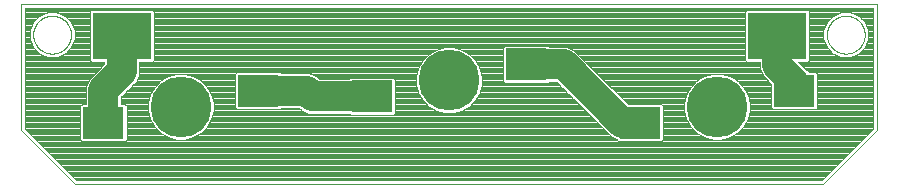
<source format=gtl>
G75*
%MOIN*%
%OFA0B0*%
%FSLAX25Y25*%
%IPPOS*%
%LPD*%
%AMOC8*
5,1,8,0,0,1.08239X$1,22.5*
%
%ADD10C,0.00000*%
%ADD11R,0.13780X0.10630*%
%ADD12C,0.20276*%
%ADD13R,0.19685X0.15748*%
%ADD14C,0.10000*%
%ADD15C,0.00400*%
D10*
X0018917Y0001200D02*
X0268523Y0001200D01*
X0286239Y0018917D01*
X0286239Y0061043D01*
X0001200Y0061043D01*
X0001200Y0018917D01*
X0018917Y0001200D01*
X0005137Y0050806D02*
X0005139Y0050964D01*
X0005145Y0051122D01*
X0005155Y0051280D01*
X0005169Y0051438D01*
X0005187Y0051595D01*
X0005208Y0051752D01*
X0005234Y0051908D01*
X0005264Y0052064D01*
X0005297Y0052219D01*
X0005335Y0052372D01*
X0005376Y0052525D01*
X0005421Y0052677D01*
X0005470Y0052828D01*
X0005523Y0052977D01*
X0005579Y0053125D01*
X0005639Y0053271D01*
X0005703Y0053416D01*
X0005771Y0053559D01*
X0005842Y0053701D01*
X0005916Y0053841D01*
X0005994Y0053978D01*
X0006076Y0054114D01*
X0006160Y0054248D01*
X0006249Y0054379D01*
X0006340Y0054508D01*
X0006435Y0054635D01*
X0006532Y0054760D01*
X0006633Y0054882D01*
X0006737Y0055001D01*
X0006844Y0055118D01*
X0006954Y0055232D01*
X0007067Y0055343D01*
X0007182Y0055452D01*
X0007300Y0055557D01*
X0007421Y0055659D01*
X0007544Y0055759D01*
X0007670Y0055855D01*
X0007798Y0055948D01*
X0007928Y0056038D01*
X0008061Y0056124D01*
X0008196Y0056208D01*
X0008332Y0056287D01*
X0008471Y0056364D01*
X0008612Y0056436D01*
X0008754Y0056506D01*
X0008898Y0056571D01*
X0009044Y0056633D01*
X0009191Y0056691D01*
X0009340Y0056746D01*
X0009490Y0056797D01*
X0009641Y0056844D01*
X0009793Y0056887D01*
X0009946Y0056926D01*
X0010101Y0056962D01*
X0010256Y0056993D01*
X0010412Y0057021D01*
X0010568Y0057045D01*
X0010725Y0057065D01*
X0010883Y0057081D01*
X0011040Y0057093D01*
X0011199Y0057101D01*
X0011357Y0057105D01*
X0011515Y0057105D01*
X0011673Y0057101D01*
X0011832Y0057093D01*
X0011989Y0057081D01*
X0012147Y0057065D01*
X0012304Y0057045D01*
X0012460Y0057021D01*
X0012616Y0056993D01*
X0012771Y0056962D01*
X0012926Y0056926D01*
X0013079Y0056887D01*
X0013231Y0056844D01*
X0013382Y0056797D01*
X0013532Y0056746D01*
X0013681Y0056691D01*
X0013828Y0056633D01*
X0013974Y0056571D01*
X0014118Y0056506D01*
X0014260Y0056436D01*
X0014401Y0056364D01*
X0014540Y0056287D01*
X0014676Y0056208D01*
X0014811Y0056124D01*
X0014944Y0056038D01*
X0015074Y0055948D01*
X0015202Y0055855D01*
X0015328Y0055759D01*
X0015451Y0055659D01*
X0015572Y0055557D01*
X0015690Y0055452D01*
X0015805Y0055343D01*
X0015918Y0055232D01*
X0016028Y0055118D01*
X0016135Y0055001D01*
X0016239Y0054882D01*
X0016340Y0054760D01*
X0016437Y0054635D01*
X0016532Y0054508D01*
X0016623Y0054379D01*
X0016712Y0054248D01*
X0016796Y0054114D01*
X0016878Y0053978D01*
X0016956Y0053841D01*
X0017030Y0053701D01*
X0017101Y0053559D01*
X0017169Y0053416D01*
X0017233Y0053271D01*
X0017293Y0053125D01*
X0017349Y0052977D01*
X0017402Y0052828D01*
X0017451Y0052677D01*
X0017496Y0052525D01*
X0017537Y0052372D01*
X0017575Y0052219D01*
X0017608Y0052064D01*
X0017638Y0051908D01*
X0017664Y0051752D01*
X0017685Y0051595D01*
X0017703Y0051438D01*
X0017717Y0051280D01*
X0017727Y0051122D01*
X0017733Y0050964D01*
X0017735Y0050806D01*
X0017733Y0050648D01*
X0017727Y0050490D01*
X0017717Y0050332D01*
X0017703Y0050174D01*
X0017685Y0050017D01*
X0017664Y0049860D01*
X0017638Y0049704D01*
X0017608Y0049548D01*
X0017575Y0049393D01*
X0017537Y0049240D01*
X0017496Y0049087D01*
X0017451Y0048935D01*
X0017402Y0048784D01*
X0017349Y0048635D01*
X0017293Y0048487D01*
X0017233Y0048341D01*
X0017169Y0048196D01*
X0017101Y0048053D01*
X0017030Y0047911D01*
X0016956Y0047771D01*
X0016878Y0047634D01*
X0016796Y0047498D01*
X0016712Y0047364D01*
X0016623Y0047233D01*
X0016532Y0047104D01*
X0016437Y0046977D01*
X0016340Y0046852D01*
X0016239Y0046730D01*
X0016135Y0046611D01*
X0016028Y0046494D01*
X0015918Y0046380D01*
X0015805Y0046269D01*
X0015690Y0046160D01*
X0015572Y0046055D01*
X0015451Y0045953D01*
X0015328Y0045853D01*
X0015202Y0045757D01*
X0015074Y0045664D01*
X0014944Y0045574D01*
X0014811Y0045488D01*
X0014676Y0045404D01*
X0014540Y0045325D01*
X0014401Y0045248D01*
X0014260Y0045176D01*
X0014118Y0045106D01*
X0013974Y0045041D01*
X0013828Y0044979D01*
X0013681Y0044921D01*
X0013532Y0044866D01*
X0013382Y0044815D01*
X0013231Y0044768D01*
X0013079Y0044725D01*
X0012926Y0044686D01*
X0012771Y0044650D01*
X0012616Y0044619D01*
X0012460Y0044591D01*
X0012304Y0044567D01*
X0012147Y0044547D01*
X0011989Y0044531D01*
X0011832Y0044519D01*
X0011673Y0044511D01*
X0011515Y0044507D01*
X0011357Y0044507D01*
X0011199Y0044511D01*
X0011040Y0044519D01*
X0010883Y0044531D01*
X0010725Y0044547D01*
X0010568Y0044567D01*
X0010412Y0044591D01*
X0010256Y0044619D01*
X0010101Y0044650D01*
X0009946Y0044686D01*
X0009793Y0044725D01*
X0009641Y0044768D01*
X0009490Y0044815D01*
X0009340Y0044866D01*
X0009191Y0044921D01*
X0009044Y0044979D01*
X0008898Y0045041D01*
X0008754Y0045106D01*
X0008612Y0045176D01*
X0008471Y0045248D01*
X0008332Y0045325D01*
X0008196Y0045404D01*
X0008061Y0045488D01*
X0007928Y0045574D01*
X0007798Y0045664D01*
X0007670Y0045757D01*
X0007544Y0045853D01*
X0007421Y0045953D01*
X0007300Y0046055D01*
X0007182Y0046160D01*
X0007067Y0046269D01*
X0006954Y0046380D01*
X0006844Y0046494D01*
X0006737Y0046611D01*
X0006633Y0046730D01*
X0006532Y0046852D01*
X0006435Y0046977D01*
X0006340Y0047104D01*
X0006249Y0047233D01*
X0006160Y0047364D01*
X0006076Y0047498D01*
X0005994Y0047634D01*
X0005916Y0047771D01*
X0005842Y0047911D01*
X0005771Y0048053D01*
X0005703Y0048196D01*
X0005639Y0048341D01*
X0005579Y0048487D01*
X0005523Y0048635D01*
X0005470Y0048784D01*
X0005421Y0048935D01*
X0005376Y0049087D01*
X0005335Y0049240D01*
X0005297Y0049393D01*
X0005264Y0049548D01*
X0005234Y0049704D01*
X0005208Y0049860D01*
X0005187Y0050017D01*
X0005169Y0050174D01*
X0005155Y0050332D01*
X0005145Y0050490D01*
X0005139Y0050648D01*
X0005137Y0050806D01*
X0269704Y0050806D02*
X0269706Y0050964D01*
X0269712Y0051122D01*
X0269722Y0051280D01*
X0269736Y0051438D01*
X0269754Y0051595D01*
X0269775Y0051752D01*
X0269801Y0051908D01*
X0269831Y0052064D01*
X0269864Y0052219D01*
X0269902Y0052372D01*
X0269943Y0052525D01*
X0269988Y0052677D01*
X0270037Y0052828D01*
X0270090Y0052977D01*
X0270146Y0053125D01*
X0270206Y0053271D01*
X0270270Y0053416D01*
X0270338Y0053559D01*
X0270409Y0053701D01*
X0270483Y0053841D01*
X0270561Y0053978D01*
X0270643Y0054114D01*
X0270727Y0054248D01*
X0270816Y0054379D01*
X0270907Y0054508D01*
X0271002Y0054635D01*
X0271099Y0054760D01*
X0271200Y0054882D01*
X0271304Y0055001D01*
X0271411Y0055118D01*
X0271521Y0055232D01*
X0271634Y0055343D01*
X0271749Y0055452D01*
X0271867Y0055557D01*
X0271988Y0055659D01*
X0272111Y0055759D01*
X0272237Y0055855D01*
X0272365Y0055948D01*
X0272495Y0056038D01*
X0272628Y0056124D01*
X0272763Y0056208D01*
X0272899Y0056287D01*
X0273038Y0056364D01*
X0273179Y0056436D01*
X0273321Y0056506D01*
X0273465Y0056571D01*
X0273611Y0056633D01*
X0273758Y0056691D01*
X0273907Y0056746D01*
X0274057Y0056797D01*
X0274208Y0056844D01*
X0274360Y0056887D01*
X0274513Y0056926D01*
X0274668Y0056962D01*
X0274823Y0056993D01*
X0274979Y0057021D01*
X0275135Y0057045D01*
X0275292Y0057065D01*
X0275450Y0057081D01*
X0275607Y0057093D01*
X0275766Y0057101D01*
X0275924Y0057105D01*
X0276082Y0057105D01*
X0276240Y0057101D01*
X0276399Y0057093D01*
X0276556Y0057081D01*
X0276714Y0057065D01*
X0276871Y0057045D01*
X0277027Y0057021D01*
X0277183Y0056993D01*
X0277338Y0056962D01*
X0277493Y0056926D01*
X0277646Y0056887D01*
X0277798Y0056844D01*
X0277949Y0056797D01*
X0278099Y0056746D01*
X0278248Y0056691D01*
X0278395Y0056633D01*
X0278541Y0056571D01*
X0278685Y0056506D01*
X0278827Y0056436D01*
X0278968Y0056364D01*
X0279107Y0056287D01*
X0279243Y0056208D01*
X0279378Y0056124D01*
X0279511Y0056038D01*
X0279641Y0055948D01*
X0279769Y0055855D01*
X0279895Y0055759D01*
X0280018Y0055659D01*
X0280139Y0055557D01*
X0280257Y0055452D01*
X0280372Y0055343D01*
X0280485Y0055232D01*
X0280595Y0055118D01*
X0280702Y0055001D01*
X0280806Y0054882D01*
X0280907Y0054760D01*
X0281004Y0054635D01*
X0281099Y0054508D01*
X0281190Y0054379D01*
X0281279Y0054248D01*
X0281363Y0054114D01*
X0281445Y0053978D01*
X0281523Y0053841D01*
X0281597Y0053701D01*
X0281668Y0053559D01*
X0281736Y0053416D01*
X0281800Y0053271D01*
X0281860Y0053125D01*
X0281916Y0052977D01*
X0281969Y0052828D01*
X0282018Y0052677D01*
X0282063Y0052525D01*
X0282104Y0052372D01*
X0282142Y0052219D01*
X0282175Y0052064D01*
X0282205Y0051908D01*
X0282231Y0051752D01*
X0282252Y0051595D01*
X0282270Y0051438D01*
X0282284Y0051280D01*
X0282294Y0051122D01*
X0282300Y0050964D01*
X0282302Y0050806D01*
X0282300Y0050648D01*
X0282294Y0050490D01*
X0282284Y0050332D01*
X0282270Y0050174D01*
X0282252Y0050017D01*
X0282231Y0049860D01*
X0282205Y0049704D01*
X0282175Y0049548D01*
X0282142Y0049393D01*
X0282104Y0049240D01*
X0282063Y0049087D01*
X0282018Y0048935D01*
X0281969Y0048784D01*
X0281916Y0048635D01*
X0281860Y0048487D01*
X0281800Y0048341D01*
X0281736Y0048196D01*
X0281668Y0048053D01*
X0281597Y0047911D01*
X0281523Y0047771D01*
X0281445Y0047634D01*
X0281363Y0047498D01*
X0281279Y0047364D01*
X0281190Y0047233D01*
X0281099Y0047104D01*
X0281004Y0046977D01*
X0280907Y0046852D01*
X0280806Y0046730D01*
X0280702Y0046611D01*
X0280595Y0046494D01*
X0280485Y0046380D01*
X0280372Y0046269D01*
X0280257Y0046160D01*
X0280139Y0046055D01*
X0280018Y0045953D01*
X0279895Y0045853D01*
X0279769Y0045757D01*
X0279641Y0045664D01*
X0279511Y0045574D01*
X0279378Y0045488D01*
X0279243Y0045404D01*
X0279107Y0045325D01*
X0278968Y0045248D01*
X0278827Y0045176D01*
X0278685Y0045106D01*
X0278541Y0045041D01*
X0278395Y0044979D01*
X0278248Y0044921D01*
X0278099Y0044866D01*
X0277949Y0044815D01*
X0277798Y0044768D01*
X0277646Y0044725D01*
X0277493Y0044686D01*
X0277338Y0044650D01*
X0277183Y0044619D01*
X0277027Y0044591D01*
X0276871Y0044567D01*
X0276714Y0044547D01*
X0276556Y0044531D01*
X0276399Y0044519D01*
X0276240Y0044511D01*
X0276082Y0044507D01*
X0275924Y0044507D01*
X0275766Y0044511D01*
X0275607Y0044519D01*
X0275450Y0044531D01*
X0275292Y0044547D01*
X0275135Y0044567D01*
X0274979Y0044591D01*
X0274823Y0044619D01*
X0274668Y0044650D01*
X0274513Y0044686D01*
X0274360Y0044725D01*
X0274208Y0044768D01*
X0274057Y0044815D01*
X0273907Y0044866D01*
X0273758Y0044921D01*
X0273611Y0044979D01*
X0273465Y0045041D01*
X0273321Y0045106D01*
X0273179Y0045176D01*
X0273038Y0045248D01*
X0272899Y0045325D01*
X0272763Y0045404D01*
X0272628Y0045488D01*
X0272495Y0045574D01*
X0272365Y0045664D01*
X0272237Y0045757D01*
X0272111Y0045853D01*
X0271988Y0045953D01*
X0271867Y0046055D01*
X0271749Y0046160D01*
X0271634Y0046269D01*
X0271521Y0046380D01*
X0271411Y0046494D01*
X0271304Y0046611D01*
X0271200Y0046730D01*
X0271099Y0046852D01*
X0271002Y0046977D01*
X0270907Y0047104D01*
X0270816Y0047233D01*
X0270727Y0047364D01*
X0270643Y0047498D01*
X0270561Y0047634D01*
X0270483Y0047771D01*
X0270409Y0047911D01*
X0270338Y0048053D01*
X0270270Y0048196D01*
X0270206Y0048341D01*
X0270146Y0048487D01*
X0270090Y0048635D01*
X0270037Y0048784D01*
X0269988Y0048935D01*
X0269943Y0049087D01*
X0269902Y0049240D01*
X0269864Y0049393D01*
X0269831Y0049548D01*
X0269801Y0049704D01*
X0269775Y0049860D01*
X0269754Y0050017D01*
X0269736Y0050174D01*
X0269722Y0050332D01*
X0269712Y0050490D01*
X0269706Y0050648D01*
X0269704Y0050806D01*
D11*
X0258877Y0032106D03*
X0207302Y0021476D03*
X0169507Y0040924D03*
X0117932Y0030294D03*
X0080137Y0032106D03*
X0028562Y0021476D03*
D12*
X0054350Y0026791D03*
X0143720Y0035609D03*
X0233090Y0026791D03*
D13*
X0253169Y0050413D03*
X0034665Y0050413D03*
D14*
X0034665Y0038602D01*
X0028562Y0032499D01*
X0028562Y0021476D01*
X0080137Y0032106D02*
X0096279Y0032106D01*
X0098090Y0030294D01*
X0117932Y0030294D01*
X0169507Y0040924D02*
X0181948Y0040924D01*
X0201397Y0021476D01*
X0207302Y0021476D01*
X0258877Y0032106D02*
X0258877Y0034861D01*
X0253169Y0040570D01*
X0253169Y0050413D01*
D15*
X0270014Y0004388D02*
X0017425Y0004388D01*
X0017027Y0004787D02*
X0270412Y0004787D01*
X0270811Y0005185D02*
X0016628Y0005185D01*
X0016230Y0005584D02*
X0271209Y0005584D01*
X0271608Y0005982D02*
X0015831Y0005982D01*
X0015433Y0006381D02*
X0272006Y0006381D01*
X0272405Y0006779D02*
X0015034Y0006779D01*
X0014636Y0007178D02*
X0272803Y0007178D01*
X0273202Y0007576D02*
X0014237Y0007576D01*
X0013839Y0007975D02*
X0273600Y0007975D01*
X0273999Y0008373D02*
X0013440Y0008373D01*
X0013042Y0008772D02*
X0274398Y0008772D01*
X0274796Y0009170D02*
X0012643Y0009170D01*
X0012245Y0009569D02*
X0275195Y0009569D01*
X0275593Y0009967D02*
X0011846Y0009967D01*
X0011448Y0010366D02*
X0275992Y0010366D01*
X0276390Y0010764D02*
X0011049Y0010764D01*
X0010651Y0011163D02*
X0276789Y0011163D01*
X0277187Y0011561D02*
X0010252Y0011561D01*
X0009854Y0011960D02*
X0277586Y0011960D01*
X0277984Y0012358D02*
X0009455Y0012358D01*
X0009057Y0012757D02*
X0278383Y0012757D01*
X0278781Y0013155D02*
X0008658Y0013155D01*
X0008260Y0013554D02*
X0279180Y0013554D01*
X0279578Y0013952D02*
X0007861Y0013952D01*
X0007463Y0014351D02*
X0279977Y0014351D01*
X0280375Y0014749D02*
X0007064Y0014749D01*
X0006666Y0015148D02*
X0280774Y0015148D01*
X0281172Y0015546D02*
X0214709Y0015546D01*
X0214523Y0015361D02*
X0214992Y0015829D01*
X0214992Y0027122D01*
X0214523Y0027591D01*
X0203484Y0027591D01*
X0185233Y0045841D01*
X0183102Y0046724D01*
X0177043Y0046724D01*
X0176728Y0047039D01*
X0162286Y0047039D01*
X0161817Y0046571D01*
X0161817Y0035278D01*
X0162286Y0034809D01*
X0176728Y0034809D01*
X0177043Y0035124D01*
X0179546Y0035124D01*
X0198111Y0016559D01*
X0199613Y0015937D01*
X0199613Y0015829D01*
X0200081Y0015361D01*
X0214523Y0015361D01*
X0214992Y0015945D02*
X0231306Y0015945D01*
X0231650Y0015853D02*
X0228868Y0016598D01*
X0226374Y0018038D01*
X0224337Y0020075D01*
X0222897Y0022569D01*
X0222152Y0025351D01*
X0222152Y0028231D01*
X0222897Y0031012D01*
X0224337Y0033507D01*
X0226374Y0035543D01*
X0228868Y0036983D01*
X0231650Y0037728D01*
X0234530Y0037728D01*
X0237312Y0036983D01*
X0239806Y0035543D01*
X0241842Y0033507D01*
X0243282Y0031012D01*
X0244028Y0028231D01*
X0244028Y0025351D01*
X0243282Y0022569D01*
X0241842Y0020075D01*
X0239806Y0018038D01*
X0237312Y0016598D01*
X0234530Y0015853D01*
X0231650Y0015853D01*
X0229819Y0016343D02*
X0214992Y0016343D01*
X0214992Y0016742D02*
X0228619Y0016742D01*
X0227929Y0017140D02*
X0214992Y0017140D01*
X0214992Y0017539D02*
X0227238Y0017539D01*
X0226548Y0017937D02*
X0214992Y0017937D01*
X0214992Y0018336D02*
X0226076Y0018336D01*
X0225677Y0018734D02*
X0214992Y0018734D01*
X0214992Y0019133D02*
X0225279Y0019133D01*
X0224880Y0019532D02*
X0214992Y0019532D01*
X0214992Y0019930D02*
X0224482Y0019930D01*
X0224191Y0020329D02*
X0214992Y0020329D01*
X0214992Y0020727D02*
X0223961Y0020727D01*
X0223731Y0021126D02*
X0214992Y0021126D01*
X0214992Y0021524D02*
X0223500Y0021524D01*
X0223270Y0021923D02*
X0214992Y0021923D01*
X0214992Y0022321D02*
X0223040Y0022321D01*
X0222857Y0022720D02*
X0214992Y0022720D01*
X0214992Y0023118D02*
X0222750Y0023118D01*
X0222643Y0023517D02*
X0214992Y0023517D01*
X0214992Y0023915D02*
X0222537Y0023915D01*
X0222430Y0024314D02*
X0214992Y0024314D01*
X0214992Y0024712D02*
X0222323Y0024712D01*
X0222216Y0025111D02*
X0214992Y0025111D01*
X0214992Y0025509D02*
X0222152Y0025509D01*
X0222152Y0025908D02*
X0214992Y0025908D01*
X0214992Y0026306D02*
X0222152Y0026306D01*
X0222152Y0026705D02*
X0214992Y0026705D01*
X0214992Y0027103D02*
X0222152Y0027103D01*
X0222152Y0027502D02*
X0214612Y0027502D01*
X0222152Y0027900D02*
X0203175Y0027900D01*
X0202776Y0028299D02*
X0222170Y0028299D01*
X0222277Y0028697D02*
X0202378Y0028697D01*
X0201979Y0029096D02*
X0222384Y0029096D01*
X0222491Y0029494D02*
X0201581Y0029494D01*
X0201182Y0029893D02*
X0222597Y0029893D01*
X0222704Y0030291D02*
X0200784Y0030291D01*
X0200385Y0030690D02*
X0222811Y0030690D01*
X0222941Y0031088D02*
X0199987Y0031088D01*
X0199588Y0031487D02*
X0223171Y0031487D01*
X0223401Y0031885D02*
X0199189Y0031885D01*
X0198791Y0032284D02*
X0223631Y0032284D01*
X0223862Y0032682D02*
X0198392Y0032682D01*
X0197994Y0033081D02*
X0224092Y0033081D01*
X0224322Y0033479D02*
X0197595Y0033479D01*
X0197197Y0033878D02*
X0224709Y0033878D01*
X0225107Y0034276D02*
X0196798Y0034276D01*
X0196400Y0034675D02*
X0225506Y0034675D01*
X0225904Y0035073D02*
X0196001Y0035073D01*
X0195603Y0035472D02*
X0226303Y0035472D01*
X0226941Y0035870D02*
X0195204Y0035870D01*
X0194806Y0036269D02*
X0227631Y0036269D01*
X0228322Y0036668D02*
X0194407Y0036668D01*
X0194009Y0037066D02*
X0229178Y0037066D01*
X0230665Y0037465D02*
X0193610Y0037465D01*
X0193212Y0037863D02*
X0248012Y0037863D01*
X0248177Y0037465D02*
X0235514Y0037465D01*
X0237002Y0037066D02*
X0248470Y0037066D01*
X0248252Y0037285D02*
X0251187Y0034349D01*
X0251187Y0026459D01*
X0251656Y0025991D01*
X0266098Y0025991D01*
X0266567Y0026459D01*
X0266567Y0037752D01*
X0266098Y0038220D01*
X0263721Y0038220D01*
X0260202Y0041739D01*
X0263342Y0041739D01*
X0263811Y0042207D01*
X0263811Y0058618D01*
X0263342Y0059087D01*
X0242995Y0059087D01*
X0242526Y0058618D01*
X0242526Y0042207D01*
X0242995Y0041739D01*
X0247369Y0041739D01*
X0247369Y0039416D01*
X0248252Y0037285D01*
X0248869Y0036668D02*
X0237858Y0036668D01*
X0238548Y0036269D02*
X0249267Y0036269D01*
X0249666Y0035870D02*
X0239238Y0035870D01*
X0239877Y0035472D02*
X0250064Y0035472D01*
X0250463Y0035073D02*
X0240275Y0035073D01*
X0240674Y0034675D02*
X0250861Y0034675D01*
X0251187Y0034276D02*
X0241072Y0034276D01*
X0241471Y0033878D02*
X0251187Y0033878D01*
X0251187Y0033479D02*
X0241858Y0033479D01*
X0242088Y0033081D02*
X0251187Y0033081D01*
X0251187Y0032682D02*
X0242318Y0032682D01*
X0242548Y0032284D02*
X0251187Y0032284D01*
X0251187Y0031885D02*
X0242778Y0031885D01*
X0243008Y0031487D02*
X0251187Y0031487D01*
X0251187Y0031088D02*
X0243238Y0031088D01*
X0243369Y0030690D02*
X0251187Y0030690D01*
X0251187Y0030291D02*
X0243475Y0030291D01*
X0243582Y0029893D02*
X0251187Y0029893D01*
X0251187Y0029494D02*
X0243689Y0029494D01*
X0243796Y0029096D02*
X0251187Y0029096D01*
X0251187Y0028697D02*
X0243902Y0028697D01*
X0244009Y0028299D02*
X0251187Y0028299D01*
X0251187Y0027900D02*
X0244028Y0027900D01*
X0244028Y0027502D02*
X0251187Y0027502D01*
X0251187Y0027103D02*
X0244028Y0027103D01*
X0244028Y0026705D02*
X0251187Y0026705D01*
X0251340Y0026306D02*
X0244028Y0026306D01*
X0244028Y0025908D02*
X0285039Y0025908D01*
X0285039Y0026306D02*
X0266414Y0026306D01*
X0266567Y0026705D02*
X0285039Y0026705D01*
X0285039Y0027103D02*
X0266567Y0027103D01*
X0266567Y0027502D02*
X0285039Y0027502D01*
X0285039Y0027900D02*
X0266567Y0027900D01*
X0266567Y0028299D02*
X0285039Y0028299D01*
X0285039Y0028697D02*
X0266567Y0028697D01*
X0266567Y0029096D02*
X0285039Y0029096D01*
X0285039Y0029494D02*
X0266567Y0029494D01*
X0266567Y0029893D02*
X0285039Y0029893D01*
X0285039Y0030291D02*
X0266567Y0030291D01*
X0266567Y0030690D02*
X0285039Y0030690D01*
X0285039Y0031088D02*
X0266567Y0031088D01*
X0266567Y0031487D02*
X0285039Y0031487D01*
X0285039Y0031885D02*
X0266567Y0031885D01*
X0266567Y0032284D02*
X0285039Y0032284D01*
X0285039Y0032682D02*
X0266567Y0032682D01*
X0266567Y0033081D02*
X0285039Y0033081D01*
X0285039Y0033479D02*
X0266567Y0033479D01*
X0266567Y0033878D02*
X0285039Y0033878D01*
X0285039Y0034276D02*
X0266567Y0034276D01*
X0266567Y0034675D02*
X0285039Y0034675D01*
X0285039Y0035073D02*
X0266567Y0035073D01*
X0266567Y0035472D02*
X0285039Y0035472D01*
X0285039Y0035870D02*
X0266567Y0035870D01*
X0266567Y0036269D02*
X0285039Y0036269D01*
X0285039Y0036668D02*
X0266567Y0036668D01*
X0266567Y0037066D02*
X0285039Y0037066D01*
X0285039Y0037465D02*
X0266567Y0037465D01*
X0266456Y0037863D02*
X0285039Y0037863D01*
X0285039Y0038262D02*
X0263679Y0038262D01*
X0263281Y0038660D02*
X0285039Y0038660D01*
X0285039Y0039059D02*
X0262882Y0039059D01*
X0262484Y0039457D02*
X0285039Y0039457D01*
X0285039Y0039856D02*
X0262085Y0039856D01*
X0261687Y0040254D02*
X0285039Y0040254D01*
X0285039Y0040653D02*
X0261288Y0040653D01*
X0260890Y0041051D02*
X0285039Y0041051D01*
X0285039Y0041450D02*
X0260491Y0041450D01*
X0263452Y0041848D02*
X0285039Y0041848D01*
X0285039Y0042247D02*
X0263811Y0042247D01*
X0263811Y0042645D02*
X0285039Y0042645D01*
X0285039Y0043044D02*
X0263811Y0043044D01*
X0263811Y0043442D02*
X0274185Y0043442D01*
X0274511Y0043307D02*
X0277495Y0043307D01*
X0280251Y0044449D01*
X0282361Y0046558D01*
X0283502Y0049315D01*
X0283502Y0052298D01*
X0282361Y0055054D01*
X0280251Y0057164D01*
X0277495Y0058305D01*
X0274511Y0058305D01*
X0271755Y0057164D01*
X0269646Y0055054D01*
X0268504Y0052298D01*
X0268504Y0049315D01*
X0269646Y0046558D01*
X0271755Y0044449D01*
X0274511Y0043307D01*
X0273223Y0043841D02*
X0263811Y0043841D01*
X0263811Y0044239D02*
X0272261Y0044239D01*
X0271566Y0044638D02*
X0263811Y0044638D01*
X0263811Y0045036D02*
X0271168Y0045036D01*
X0270769Y0045435D02*
X0263811Y0045435D01*
X0263811Y0045833D02*
X0270371Y0045833D01*
X0269972Y0046232D02*
X0263811Y0046232D01*
X0263811Y0046630D02*
X0269616Y0046630D01*
X0269451Y0047029D02*
X0263811Y0047029D01*
X0263811Y0047427D02*
X0269286Y0047427D01*
X0269121Y0047826D02*
X0263811Y0047826D01*
X0263811Y0048224D02*
X0268956Y0048224D01*
X0268790Y0048623D02*
X0263811Y0048623D01*
X0263811Y0049021D02*
X0268625Y0049021D01*
X0268504Y0049420D02*
X0263811Y0049420D01*
X0263811Y0049818D02*
X0268504Y0049818D01*
X0268504Y0050217D02*
X0263811Y0050217D01*
X0263811Y0050615D02*
X0268504Y0050615D01*
X0268504Y0051014D02*
X0263811Y0051014D01*
X0263811Y0051412D02*
X0268504Y0051412D01*
X0268504Y0051811D02*
X0263811Y0051811D01*
X0263811Y0052209D02*
X0268504Y0052209D01*
X0268632Y0052608D02*
X0263811Y0052608D01*
X0263811Y0053006D02*
X0268797Y0053006D01*
X0268962Y0053405D02*
X0263811Y0053405D01*
X0263811Y0053803D02*
X0269128Y0053803D01*
X0269293Y0054202D02*
X0263811Y0054202D01*
X0263811Y0054601D02*
X0269458Y0054601D01*
X0269623Y0054999D02*
X0263811Y0054999D01*
X0263811Y0055398D02*
X0269989Y0055398D01*
X0270387Y0055796D02*
X0263811Y0055796D01*
X0263811Y0056195D02*
X0270786Y0056195D01*
X0271184Y0056593D02*
X0263811Y0056593D01*
X0263811Y0056992D02*
X0271583Y0056992D01*
X0272301Y0057390D02*
X0263811Y0057390D01*
X0263811Y0057789D02*
X0273264Y0057789D01*
X0274226Y0058187D02*
X0263811Y0058187D01*
X0263811Y0058586D02*
X0285039Y0058586D01*
X0285039Y0058984D02*
X0263445Y0058984D01*
X0277781Y0058187D02*
X0285039Y0058187D01*
X0285039Y0057789D02*
X0278743Y0057789D01*
X0279705Y0057390D02*
X0285039Y0057390D01*
X0285039Y0056992D02*
X0280423Y0056992D01*
X0280822Y0056593D02*
X0285039Y0056593D01*
X0285039Y0056195D02*
X0281220Y0056195D01*
X0281619Y0055796D02*
X0285039Y0055796D01*
X0285039Y0055398D02*
X0282017Y0055398D01*
X0282384Y0054999D02*
X0285039Y0054999D01*
X0285039Y0054601D02*
X0282549Y0054601D01*
X0282714Y0054202D02*
X0285039Y0054202D01*
X0285039Y0053803D02*
X0282879Y0053803D01*
X0283044Y0053405D02*
X0285039Y0053405D01*
X0285039Y0053006D02*
X0283209Y0053006D01*
X0283374Y0052608D02*
X0285039Y0052608D01*
X0285039Y0052209D02*
X0283502Y0052209D01*
X0283502Y0051811D02*
X0285039Y0051811D01*
X0285039Y0051412D02*
X0283502Y0051412D01*
X0283502Y0051014D02*
X0285039Y0051014D01*
X0285039Y0050615D02*
X0283502Y0050615D01*
X0283502Y0050217D02*
X0285039Y0050217D01*
X0285039Y0049818D02*
X0283502Y0049818D01*
X0283502Y0049420D02*
X0285039Y0049420D01*
X0285039Y0049021D02*
X0283381Y0049021D01*
X0283216Y0048623D02*
X0285039Y0048623D01*
X0285039Y0048224D02*
X0283051Y0048224D01*
X0282886Y0047826D02*
X0285039Y0047826D01*
X0285039Y0047427D02*
X0282721Y0047427D01*
X0282556Y0047029D02*
X0285039Y0047029D01*
X0285039Y0046630D02*
X0282390Y0046630D01*
X0282034Y0046232D02*
X0285039Y0046232D01*
X0285039Y0045833D02*
X0281636Y0045833D01*
X0281237Y0045435D02*
X0285039Y0045435D01*
X0285039Y0045036D02*
X0280839Y0045036D01*
X0280440Y0044638D02*
X0285039Y0044638D01*
X0285039Y0044239D02*
X0279745Y0044239D01*
X0278783Y0043841D02*
X0285039Y0043841D01*
X0285039Y0043442D02*
X0277821Y0043442D01*
X0247847Y0038262D02*
X0192813Y0038262D01*
X0192415Y0038660D02*
X0247682Y0038660D01*
X0247517Y0039059D02*
X0192016Y0039059D01*
X0191618Y0039457D02*
X0247369Y0039457D01*
X0247369Y0039856D02*
X0191219Y0039856D01*
X0190821Y0040254D02*
X0247369Y0040254D01*
X0247369Y0040653D02*
X0190422Y0040653D01*
X0190024Y0041051D02*
X0247369Y0041051D01*
X0247369Y0041450D02*
X0189625Y0041450D01*
X0189227Y0041848D02*
X0242885Y0041848D01*
X0242526Y0042247D02*
X0188828Y0042247D01*
X0188430Y0042645D02*
X0242526Y0042645D01*
X0242526Y0043044D02*
X0188031Y0043044D01*
X0187633Y0043442D02*
X0242526Y0043442D01*
X0242526Y0043841D02*
X0187234Y0043841D01*
X0186836Y0044239D02*
X0242526Y0044239D01*
X0242526Y0044638D02*
X0186437Y0044638D01*
X0186039Y0045036D02*
X0242526Y0045036D01*
X0242526Y0045435D02*
X0185640Y0045435D01*
X0185242Y0045833D02*
X0242526Y0045833D01*
X0242526Y0046232D02*
X0184291Y0046232D01*
X0183329Y0046630D02*
X0242526Y0046630D01*
X0242526Y0047029D02*
X0176739Y0047029D01*
X0162275Y0047029D02*
X0045307Y0047029D01*
X0045307Y0047427D02*
X0242526Y0047427D01*
X0242526Y0047826D02*
X0045307Y0047826D01*
X0045307Y0048224D02*
X0242526Y0048224D01*
X0242526Y0048623D02*
X0045307Y0048623D01*
X0045307Y0049021D02*
X0242526Y0049021D01*
X0242526Y0049420D02*
X0045307Y0049420D01*
X0045307Y0049818D02*
X0242526Y0049818D01*
X0242526Y0050217D02*
X0045307Y0050217D01*
X0045307Y0050615D02*
X0242526Y0050615D01*
X0242526Y0051014D02*
X0045307Y0051014D01*
X0045307Y0051412D02*
X0242526Y0051412D01*
X0242526Y0051811D02*
X0045307Y0051811D01*
X0045307Y0052209D02*
X0242526Y0052209D01*
X0242526Y0052608D02*
X0045307Y0052608D01*
X0045307Y0053006D02*
X0242526Y0053006D01*
X0242526Y0053405D02*
X0045307Y0053405D01*
X0045307Y0053803D02*
X0242526Y0053803D01*
X0242526Y0054202D02*
X0045307Y0054202D01*
X0045307Y0054601D02*
X0242526Y0054601D01*
X0242526Y0054999D02*
X0045307Y0054999D01*
X0045307Y0055398D02*
X0242526Y0055398D01*
X0242526Y0055796D02*
X0045307Y0055796D01*
X0045307Y0056195D02*
X0242526Y0056195D01*
X0242526Y0056593D02*
X0045307Y0056593D01*
X0045307Y0056992D02*
X0242526Y0056992D01*
X0242526Y0057390D02*
X0045307Y0057390D01*
X0045307Y0057789D02*
X0242526Y0057789D01*
X0242526Y0058187D02*
X0045307Y0058187D01*
X0045307Y0058586D02*
X0242526Y0058586D01*
X0242892Y0058984D02*
X0044941Y0058984D01*
X0044838Y0059087D02*
X0024491Y0059087D01*
X0024022Y0058618D01*
X0024022Y0042207D01*
X0024491Y0041739D01*
X0028865Y0041739D01*
X0028865Y0041004D01*
X0023645Y0035785D01*
X0022762Y0033653D01*
X0022762Y0027591D01*
X0021341Y0027591D01*
X0020872Y0027122D01*
X0020872Y0015829D01*
X0021341Y0015361D01*
X0035783Y0015361D01*
X0036252Y0015829D01*
X0036252Y0027122D01*
X0035783Y0027591D01*
X0034362Y0027591D01*
X0034362Y0030097D01*
X0039582Y0035316D01*
X0040465Y0037448D01*
X0040465Y0041739D01*
X0044838Y0041739D01*
X0045307Y0042207D01*
X0045307Y0058618D01*
X0044838Y0059087D01*
X0024388Y0058984D02*
X0002400Y0058984D01*
X0002400Y0058586D02*
X0024022Y0058586D01*
X0024022Y0058187D02*
X0013214Y0058187D01*
X0012928Y0058305D02*
X0009945Y0058305D01*
X0007188Y0057164D01*
X0005079Y0055054D01*
X0003937Y0052298D01*
X0003937Y0049315D01*
X0005079Y0046558D01*
X0007188Y0044449D01*
X0009945Y0043307D01*
X0012928Y0043307D01*
X0015684Y0044449D01*
X0017794Y0046558D01*
X0018935Y0049315D01*
X0018935Y0052298D01*
X0017794Y0055054D01*
X0015684Y0057164D01*
X0012928Y0058305D01*
X0014176Y0057789D02*
X0024022Y0057789D01*
X0024022Y0057390D02*
X0015138Y0057390D01*
X0015856Y0056992D02*
X0024022Y0056992D01*
X0024022Y0056593D02*
X0016255Y0056593D01*
X0016653Y0056195D02*
X0024022Y0056195D01*
X0024022Y0055796D02*
X0017052Y0055796D01*
X0017450Y0055398D02*
X0024022Y0055398D01*
X0024022Y0054999D02*
X0017817Y0054999D01*
X0017982Y0054601D02*
X0024022Y0054601D01*
X0024022Y0054202D02*
X0018147Y0054202D01*
X0018312Y0053803D02*
X0024022Y0053803D01*
X0024022Y0053405D02*
X0018477Y0053405D01*
X0018642Y0053006D02*
X0024022Y0053006D01*
X0024022Y0052608D02*
X0018807Y0052608D01*
X0018935Y0052209D02*
X0024022Y0052209D01*
X0024022Y0051811D02*
X0018935Y0051811D01*
X0018935Y0051412D02*
X0024022Y0051412D01*
X0024022Y0051014D02*
X0018935Y0051014D01*
X0018935Y0050615D02*
X0024022Y0050615D01*
X0024022Y0050217D02*
X0018935Y0050217D01*
X0018935Y0049818D02*
X0024022Y0049818D01*
X0024022Y0049420D02*
X0018935Y0049420D01*
X0018814Y0049021D02*
X0024022Y0049021D01*
X0024022Y0048623D02*
X0018649Y0048623D01*
X0018484Y0048224D02*
X0024022Y0048224D01*
X0024022Y0047826D02*
X0018319Y0047826D01*
X0018154Y0047427D02*
X0024022Y0047427D01*
X0024022Y0047029D02*
X0017989Y0047029D01*
X0017824Y0046630D02*
X0024022Y0046630D01*
X0024022Y0046232D02*
X0017467Y0046232D01*
X0017069Y0045833D02*
X0024022Y0045833D01*
X0024022Y0045435D02*
X0016670Y0045435D01*
X0016272Y0045036D02*
X0024022Y0045036D01*
X0024022Y0044638D02*
X0015873Y0044638D01*
X0015178Y0044239D02*
X0024022Y0044239D01*
X0024022Y0043841D02*
X0014216Y0043841D01*
X0013254Y0043442D02*
X0024022Y0043442D01*
X0024022Y0043044D02*
X0002400Y0043044D01*
X0002400Y0043442D02*
X0009618Y0043442D01*
X0008656Y0043841D02*
X0002400Y0043841D01*
X0002400Y0044239D02*
X0007694Y0044239D01*
X0006999Y0044638D02*
X0002400Y0044638D01*
X0002400Y0045036D02*
X0006601Y0045036D01*
X0006202Y0045435D02*
X0002400Y0045435D01*
X0002400Y0045833D02*
X0005804Y0045833D01*
X0005405Y0046232D02*
X0002400Y0046232D01*
X0002400Y0046630D02*
X0005049Y0046630D01*
X0004884Y0047029D02*
X0002400Y0047029D01*
X0002400Y0047427D02*
X0004719Y0047427D01*
X0004554Y0047826D02*
X0002400Y0047826D01*
X0002400Y0048224D02*
X0004389Y0048224D01*
X0004224Y0048623D02*
X0002400Y0048623D01*
X0002400Y0049021D02*
X0004058Y0049021D01*
X0003937Y0049420D02*
X0002400Y0049420D01*
X0002400Y0049818D02*
X0003937Y0049818D01*
X0003937Y0050217D02*
X0002400Y0050217D01*
X0002400Y0050615D02*
X0003937Y0050615D01*
X0003937Y0051014D02*
X0002400Y0051014D01*
X0002400Y0051412D02*
X0003937Y0051412D01*
X0003937Y0051811D02*
X0002400Y0051811D01*
X0002400Y0052209D02*
X0003937Y0052209D01*
X0004065Y0052608D02*
X0002400Y0052608D01*
X0002400Y0053006D02*
X0004230Y0053006D01*
X0004396Y0053405D02*
X0002400Y0053405D01*
X0002400Y0053803D02*
X0004561Y0053803D01*
X0004726Y0054202D02*
X0002400Y0054202D01*
X0002400Y0054601D02*
X0004891Y0054601D01*
X0005056Y0054999D02*
X0002400Y0054999D01*
X0002400Y0055398D02*
X0005422Y0055398D01*
X0005820Y0055796D02*
X0002400Y0055796D01*
X0002400Y0056195D02*
X0006219Y0056195D01*
X0006618Y0056593D02*
X0002400Y0056593D01*
X0002400Y0056992D02*
X0007016Y0056992D01*
X0007735Y0057390D02*
X0002400Y0057390D01*
X0002400Y0057789D02*
X0008697Y0057789D01*
X0009659Y0058187D02*
X0002400Y0058187D01*
X0002400Y0059383D02*
X0285039Y0059383D01*
X0285039Y0059781D02*
X0002400Y0059781D01*
X0002400Y0059843D02*
X0285039Y0059843D01*
X0285039Y0019414D01*
X0268026Y0002400D01*
X0019414Y0002400D01*
X0002400Y0019414D01*
X0002400Y0059843D01*
X0045307Y0046630D02*
X0161877Y0046630D01*
X0161817Y0046232D02*
X0146337Y0046232D01*
X0145160Y0046547D02*
X0142280Y0046547D01*
X0139498Y0045802D01*
X0137004Y0044362D01*
X0134967Y0042325D01*
X0133527Y0039831D01*
X0132782Y0037049D01*
X0132782Y0034169D01*
X0133527Y0031388D01*
X0134967Y0028893D01*
X0137004Y0026857D01*
X0139498Y0025417D01*
X0142280Y0024672D01*
X0145160Y0024672D01*
X0147942Y0025417D01*
X0150436Y0026857D01*
X0152472Y0028893D01*
X0153912Y0031388D01*
X0154657Y0034169D01*
X0154657Y0037049D01*
X0153912Y0039831D01*
X0152472Y0042325D01*
X0150436Y0044362D01*
X0147942Y0045802D01*
X0145160Y0046547D01*
X0147824Y0045833D02*
X0161817Y0045833D01*
X0161817Y0045435D02*
X0148577Y0045435D01*
X0149268Y0045036D02*
X0161817Y0045036D01*
X0161817Y0044638D02*
X0149958Y0044638D01*
X0150558Y0044239D02*
X0161817Y0044239D01*
X0161817Y0043841D02*
X0150957Y0043841D01*
X0151355Y0043442D02*
X0161817Y0043442D01*
X0161817Y0043044D02*
X0151754Y0043044D01*
X0152152Y0042645D02*
X0161817Y0042645D01*
X0161817Y0042247D02*
X0152518Y0042247D01*
X0152748Y0041848D02*
X0161817Y0041848D01*
X0161817Y0041450D02*
X0152978Y0041450D01*
X0153208Y0041051D02*
X0161817Y0041051D01*
X0161817Y0040653D02*
X0153438Y0040653D01*
X0153668Y0040254D02*
X0161817Y0040254D01*
X0161817Y0039856D02*
X0153898Y0039856D01*
X0154012Y0039457D02*
X0161817Y0039457D01*
X0161817Y0039059D02*
X0154119Y0039059D01*
X0154226Y0038660D02*
X0161817Y0038660D01*
X0161817Y0038262D02*
X0154333Y0038262D01*
X0154439Y0037863D02*
X0161817Y0037863D01*
X0161817Y0037465D02*
X0154546Y0037465D01*
X0154653Y0037066D02*
X0161817Y0037066D01*
X0161817Y0036668D02*
X0154657Y0036668D01*
X0154657Y0036269D02*
X0161817Y0036269D01*
X0161817Y0035870D02*
X0154657Y0035870D01*
X0154657Y0035472D02*
X0161817Y0035472D01*
X0162022Y0035073D02*
X0154657Y0035073D01*
X0154657Y0034675D02*
X0179995Y0034675D01*
X0179597Y0035073D02*
X0176992Y0035073D01*
X0180394Y0034276D02*
X0154657Y0034276D01*
X0154579Y0033878D02*
X0180792Y0033878D01*
X0181191Y0033479D02*
X0154473Y0033479D01*
X0154366Y0033081D02*
X0181589Y0033081D01*
X0181988Y0032682D02*
X0154259Y0032682D01*
X0154152Y0032284D02*
X0182386Y0032284D01*
X0182785Y0031885D02*
X0154045Y0031885D01*
X0153939Y0031487D02*
X0183183Y0031487D01*
X0183582Y0031088D02*
X0153739Y0031088D01*
X0153509Y0030690D02*
X0183980Y0030690D01*
X0184379Y0030291D02*
X0153279Y0030291D01*
X0153049Y0029893D02*
X0184777Y0029893D01*
X0185176Y0029494D02*
X0152819Y0029494D01*
X0152589Y0029096D02*
X0185574Y0029096D01*
X0185973Y0028697D02*
X0152276Y0028697D01*
X0151877Y0028299D02*
X0186371Y0028299D01*
X0186770Y0027900D02*
X0151479Y0027900D01*
X0151080Y0027502D02*
X0187168Y0027502D01*
X0187567Y0027103D02*
X0150682Y0027103D01*
X0150172Y0026705D02*
X0187965Y0026705D01*
X0188364Y0026306D02*
X0149482Y0026306D01*
X0148791Y0025908D02*
X0188762Y0025908D01*
X0189161Y0025509D02*
X0148101Y0025509D01*
X0146798Y0025111D02*
X0189559Y0025111D01*
X0189958Y0024712D02*
X0145311Y0024712D01*
X0142128Y0024712D02*
X0125622Y0024712D01*
X0125622Y0024648D02*
X0125153Y0024180D01*
X0110711Y0024180D01*
X0110396Y0024494D01*
X0096936Y0024494D01*
X0094804Y0025377D01*
X0093876Y0026306D01*
X0087673Y0026306D01*
X0087358Y0025991D01*
X0072916Y0025991D01*
X0072447Y0026459D01*
X0072447Y0037752D01*
X0072916Y0038220D01*
X0087358Y0038220D01*
X0087673Y0037905D01*
X0097432Y0037905D01*
X0099564Y0037023D01*
X0100492Y0036094D01*
X0110396Y0036094D01*
X0110711Y0036409D01*
X0125153Y0036409D01*
X0125622Y0035941D01*
X0125622Y0024648D01*
X0125622Y0025111D02*
X0140641Y0025111D01*
X0139338Y0025509D02*
X0125622Y0025509D01*
X0125622Y0025908D02*
X0138648Y0025908D01*
X0137958Y0026306D02*
X0125622Y0026306D01*
X0125622Y0026705D02*
X0137268Y0026705D01*
X0136758Y0027103D02*
X0125622Y0027103D01*
X0125622Y0027502D02*
X0136359Y0027502D01*
X0135960Y0027900D02*
X0125622Y0027900D01*
X0125622Y0028299D02*
X0135562Y0028299D01*
X0135163Y0028697D02*
X0125622Y0028697D01*
X0125622Y0029096D02*
X0134850Y0029096D01*
X0134620Y0029494D02*
X0125622Y0029494D01*
X0125622Y0029893D02*
X0134390Y0029893D01*
X0134160Y0030291D02*
X0125622Y0030291D01*
X0125622Y0030690D02*
X0133930Y0030690D01*
X0133700Y0031088D02*
X0125622Y0031088D01*
X0125622Y0031487D02*
X0133501Y0031487D01*
X0133394Y0031885D02*
X0125622Y0031885D01*
X0125622Y0032284D02*
X0133287Y0032284D01*
X0133180Y0032682D02*
X0125622Y0032682D01*
X0125622Y0033081D02*
X0133074Y0033081D01*
X0132967Y0033479D02*
X0125622Y0033479D01*
X0125622Y0033878D02*
X0132860Y0033878D01*
X0132782Y0034276D02*
X0125622Y0034276D01*
X0125622Y0034675D02*
X0132782Y0034675D01*
X0132782Y0035073D02*
X0125622Y0035073D01*
X0125622Y0035472D02*
X0132782Y0035472D01*
X0132782Y0035870D02*
X0125622Y0035870D01*
X0125294Y0036269D02*
X0132782Y0036269D01*
X0132782Y0036668D02*
X0099919Y0036668D01*
X0100318Y0036269D02*
X0110571Y0036269D01*
X0099459Y0037066D02*
X0132786Y0037066D01*
X0132893Y0037465D02*
X0098497Y0037465D01*
X0097535Y0037863D02*
X0133000Y0037863D01*
X0133107Y0038262D02*
X0040465Y0038262D01*
X0040465Y0038660D02*
X0133213Y0038660D01*
X0133320Y0039059D02*
X0040465Y0039059D01*
X0040465Y0039457D02*
X0133427Y0039457D01*
X0133541Y0039856D02*
X0040465Y0039856D01*
X0040465Y0040254D02*
X0133771Y0040254D01*
X0134001Y0040653D02*
X0040465Y0040653D01*
X0040465Y0041051D02*
X0134232Y0041051D01*
X0134462Y0041450D02*
X0040465Y0041450D01*
X0044948Y0041848D02*
X0134692Y0041848D01*
X0134922Y0042247D02*
X0045307Y0042247D01*
X0045307Y0042645D02*
X0135287Y0042645D01*
X0135686Y0043044D02*
X0045307Y0043044D01*
X0045307Y0043442D02*
X0136084Y0043442D01*
X0136483Y0043841D02*
X0045307Y0043841D01*
X0045307Y0044239D02*
X0136881Y0044239D01*
X0137482Y0044638D02*
X0045307Y0044638D01*
X0045307Y0045036D02*
X0138172Y0045036D01*
X0138862Y0045435D02*
X0045307Y0045435D01*
X0045307Y0045833D02*
X0139615Y0045833D01*
X0141102Y0046232D02*
X0045307Y0046232D01*
X0028865Y0041450D02*
X0002400Y0041450D01*
X0002400Y0041848D02*
X0024381Y0041848D01*
X0024022Y0042247D02*
X0002400Y0042247D01*
X0002400Y0042645D02*
X0024022Y0042645D01*
X0028513Y0040653D02*
X0002400Y0040653D01*
X0002400Y0041051D02*
X0028865Y0041051D01*
X0028115Y0040254D02*
X0002400Y0040254D01*
X0002400Y0039856D02*
X0027716Y0039856D01*
X0027318Y0039457D02*
X0002400Y0039457D01*
X0002400Y0039059D02*
X0026919Y0039059D01*
X0026521Y0038660D02*
X0002400Y0038660D01*
X0002400Y0038262D02*
X0026122Y0038262D01*
X0025724Y0037863D02*
X0002400Y0037863D01*
X0002400Y0037465D02*
X0025325Y0037465D01*
X0024927Y0037066D02*
X0002400Y0037066D01*
X0002400Y0036668D02*
X0024528Y0036668D01*
X0024130Y0036269D02*
X0002400Y0036269D01*
X0002400Y0035870D02*
X0023731Y0035870D01*
X0023516Y0035472D02*
X0002400Y0035472D01*
X0002400Y0035073D02*
X0023351Y0035073D01*
X0023186Y0034675D02*
X0002400Y0034675D01*
X0002400Y0034276D02*
X0023020Y0034276D01*
X0022855Y0033878D02*
X0002400Y0033878D01*
X0002400Y0033479D02*
X0022762Y0033479D01*
X0022762Y0033081D02*
X0002400Y0033081D01*
X0002400Y0032682D02*
X0022762Y0032682D01*
X0022762Y0032284D02*
X0002400Y0032284D01*
X0002400Y0031885D02*
X0022762Y0031885D01*
X0022762Y0031487D02*
X0002400Y0031487D01*
X0002400Y0031088D02*
X0022762Y0031088D01*
X0022762Y0030690D02*
X0002400Y0030690D01*
X0002400Y0030291D02*
X0022762Y0030291D01*
X0022762Y0029893D02*
X0002400Y0029893D01*
X0002400Y0029494D02*
X0022762Y0029494D01*
X0022762Y0029096D02*
X0002400Y0029096D01*
X0002400Y0028697D02*
X0022762Y0028697D01*
X0022762Y0028299D02*
X0002400Y0028299D01*
X0002400Y0027900D02*
X0022762Y0027900D01*
X0021252Y0027502D02*
X0002400Y0027502D01*
X0002400Y0027103D02*
X0020872Y0027103D01*
X0020872Y0026705D02*
X0002400Y0026705D01*
X0002400Y0026306D02*
X0020872Y0026306D01*
X0020872Y0025908D02*
X0002400Y0025908D01*
X0002400Y0025509D02*
X0020872Y0025509D01*
X0020872Y0025111D02*
X0002400Y0025111D01*
X0002400Y0024712D02*
X0020872Y0024712D01*
X0020872Y0024314D02*
X0002400Y0024314D01*
X0002400Y0023915D02*
X0020872Y0023915D01*
X0020872Y0023517D02*
X0002400Y0023517D01*
X0002400Y0023118D02*
X0020872Y0023118D01*
X0020872Y0022720D02*
X0002400Y0022720D01*
X0002400Y0022321D02*
X0020872Y0022321D01*
X0020872Y0021923D02*
X0002400Y0021923D01*
X0002400Y0021524D02*
X0020872Y0021524D01*
X0020872Y0021126D02*
X0002400Y0021126D01*
X0002400Y0020727D02*
X0020872Y0020727D01*
X0020872Y0020329D02*
X0002400Y0020329D01*
X0002400Y0019930D02*
X0020872Y0019930D01*
X0020872Y0019532D02*
X0002400Y0019532D01*
X0002681Y0019133D02*
X0020872Y0019133D01*
X0020872Y0018734D02*
X0003079Y0018734D01*
X0003478Y0018336D02*
X0020872Y0018336D01*
X0020872Y0017937D02*
X0003876Y0017937D01*
X0004275Y0017539D02*
X0020872Y0017539D01*
X0020872Y0017140D02*
X0004673Y0017140D01*
X0005072Y0016742D02*
X0020872Y0016742D01*
X0020872Y0016343D02*
X0005470Y0016343D01*
X0005869Y0015945D02*
X0020872Y0015945D01*
X0021155Y0015546D02*
X0006267Y0015546D01*
X0035969Y0015546D02*
X0199895Y0015546D01*
X0199593Y0015945D02*
X0056134Y0015945D01*
X0055790Y0015853D02*
X0052910Y0015853D01*
X0050128Y0016598D01*
X0047634Y0018038D01*
X0045597Y0020075D01*
X0044157Y0022569D01*
X0043412Y0025351D01*
X0043412Y0028231D01*
X0044157Y0031012D01*
X0045597Y0033507D01*
X0047634Y0035543D01*
X0050128Y0036983D01*
X0052910Y0037728D01*
X0055790Y0037728D01*
X0058571Y0036983D01*
X0061066Y0035543D01*
X0063102Y0033507D01*
X0064542Y0031012D01*
X0065287Y0028231D01*
X0065287Y0025351D01*
X0064542Y0022569D01*
X0063102Y0020075D01*
X0061066Y0018038D01*
X0058571Y0016598D01*
X0055790Y0015853D01*
X0057621Y0016343D02*
X0198631Y0016343D01*
X0197928Y0016742D02*
X0058820Y0016742D01*
X0059511Y0017140D02*
X0197530Y0017140D01*
X0197131Y0017539D02*
X0060201Y0017539D01*
X0060891Y0017937D02*
X0196733Y0017937D01*
X0196334Y0018336D02*
X0061363Y0018336D01*
X0061762Y0018734D02*
X0195935Y0018734D01*
X0195537Y0019133D02*
X0062160Y0019133D01*
X0062559Y0019532D02*
X0195138Y0019532D01*
X0194740Y0019930D02*
X0062957Y0019930D01*
X0063249Y0020329D02*
X0194341Y0020329D01*
X0193943Y0020727D02*
X0063479Y0020727D01*
X0063709Y0021126D02*
X0193544Y0021126D01*
X0193146Y0021524D02*
X0063939Y0021524D01*
X0064169Y0021923D02*
X0192747Y0021923D01*
X0192349Y0022321D02*
X0064399Y0022321D01*
X0064582Y0022720D02*
X0191950Y0022720D01*
X0191552Y0023118D02*
X0064689Y0023118D01*
X0064796Y0023517D02*
X0191153Y0023517D01*
X0190755Y0023915D02*
X0064903Y0023915D01*
X0065010Y0024314D02*
X0110577Y0024314D01*
X0096411Y0024712D02*
X0065116Y0024712D01*
X0065223Y0025111D02*
X0095448Y0025111D01*
X0094673Y0025509D02*
X0065287Y0025509D01*
X0065287Y0025908D02*
X0094274Y0025908D01*
X0072600Y0026306D02*
X0065287Y0026306D01*
X0065287Y0026705D02*
X0072447Y0026705D01*
X0072447Y0027103D02*
X0065287Y0027103D01*
X0065287Y0027502D02*
X0072447Y0027502D01*
X0072447Y0027900D02*
X0065287Y0027900D01*
X0065269Y0028299D02*
X0072447Y0028299D01*
X0072447Y0028697D02*
X0065162Y0028697D01*
X0065056Y0029096D02*
X0072447Y0029096D01*
X0072447Y0029494D02*
X0064949Y0029494D01*
X0064842Y0029893D02*
X0072447Y0029893D01*
X0072447Y0030291D02*
X0064735Y0030291D01*
X0064628Y0030690D02*
X0072447Y0030690D01*
X0072447Y0031088D02*
X0064498Y0031088D01*
X0064268Y0031487D02*
X0072447Y0031487D01*
X0072447Y0031885D02*
X0064038Y0031885D01*
X0063808Y0032284D02*
X0072447Y0032284D01*
X0072447Y0032682D02*
X0063578Y0032682D01*
X0063348Y0033081D02*
X0072447Y0033081D01*
X0072447Y0033479D02*
X0063118Y0033479D01*
X0062731Y0033878D02*
X0072447Y0033878D01*
X0072447Y0034276D02*
X0062332Y0034276D01*
X0061934Y0034675D02*
X0072447Y0034675D01*
X0072447Y0035073D02*
X0061535Y0035073D01*
X0061137Y0035472D02*
X0072447Y0035472D01*
X0072447Y0035870D02*
X0060498Y0035870D01*
X0059808Y0036269D02*
X0072447Y0036269D01*
X0072447Y0036668D02*
X0059118Y0036668D01*
X0058261Y0037066D02*
X0072447Y0037066D01*
X0072447Y0037465D02*
X0056774Y0037465D01*
X0051925Y0037465D02*
X0040465Y0037465D01*
X0040465Y0037863D02*
X0072558Y0037863D01*
X0050438Y0037066D02*
X0040306Y0037066D01*
X0040141Y0036668D02*
X0049581Y0036668D01*
X0048891Y0036269D02*
X0039976Y0036269D01*
X0039811Y0035870D02*
X0048201Y0035870D01*
X0047563Y0035472D02*
X0039646Y0035472D01*
X0039339Y0035073D02*
X0047164Y0035073D01*
X0046766Y0034675D02*
X0038940Y0034675D01*
X0038542Y0034276D02*
X0046367Y0034276D01*
X0045969Y0033878D02*
X0038143Y0033878D01*
X0037745Y0033479D02*
X0045582Y0033479D01*
X0045351Y0033081D02*
X0037346Y0033081D01*
X0036948Y0032682D02*
X0045121Y0032682D01*
X0044891Y0032284D02*
X0036549Y0032284D01*
X0036151Y0031885D02*
X0044661Y0031885D01*
X0044431Y0031487D02*
X0035752Y0031487D01*
X0035354Y0031088D02*
X0044201Y0031088D01*
X0044071Y0030690D02*
X0034955Y0030690D01*
X0034557Y0030291D02*
X0043964Y0030291D01*
X0043857Y0029893D02*
X0034362Y0029893D01*
X0034362Y0029494D02*
X0043750Y0029494D01*
X0043644Y0029096D02*
X0034362Y0029096D01*
X0034362Y0028697D02*
X0043537Y0028697D01*
X0043430Y0028299D02*
X0034362Y0028299D01*
X0034362Y0027900D02*
X0043412Y0027900D01*
X0043412Y0027502D02*
X0035872Y0027502D01*
X0036252Y0027103D02*
X0043412Y0027103D01*
X0043412Y0026705D02*
X0036252Y0026705D01*
X0036252Y0026306D02*
X0043412Y0026306D01*
X0043412Y0025908D02*
X0036252Y0025908D01*
X0036252Y0025509D02*
X0043412Y0025509D01*
X0043476Y0025111D02*
X0036252Y0025111D01*
X0036252Y0024712D02*
X0043583Y0024712D01*
X0043690Y0024314D02*
X0036252Y0024314D01*
X0036252Y0023915D02*
X0043796Y0023915D01*
X0043903Y0023517D02*
X0036252Y0023517D01*
X0036252Y0023118D02*
X0044010Y0023118D01*
X0044117Y0022720D02*
X0036252Y0022720D01*
X0036252Y0022321D02*
X0044300Y0022321D01*
X0044530Y0021923D02*
X0036252Y0021923D01*
X0036252Y0021524D02*
X0044760Y0021524D01*
X0044990Y0021126D02*
X0036252Y0021126D01*
X0036252Y0020727D02*
X0045220Y0020727D01*
X0045451Y0020329D02*
X0036252Y0020329D01*
X0036252Y0019930D02*
X0045742Y0019930D01*
X0046140Y0019532D02*
X0036252Y0019532D01*
X0036252Y0019133D02*
X0046539Y0019133D01*
X0046937Y0018734D02*
X0036252Y0018734D01*
X0036252Y0018336D02*
X0047336Y0018336D01*
X0047808Y0017937D02*
X0036252Y0017937D01*
X0036252Y0017539D02*
X0048498Y0017539D01*
X0049188Y0017140D02*
X0036252Y0017140D01*
X0036252Y0016742D02*
X0049879Y0016742D01*
X0051078Y0016343D02*
X0036252Y0016343D01*
X0036252Y0015945D02*
X0052566Y0015945D01*
X0017824Y0003990D02*
X0269615Y0003990D01*
X0269217Y0003591D02*
X0018223Y0003591D01*
X0018621Y0003193D02*
X0268818Y0003193D01*
X0268420Y0002794D02*
X0019020Y0002794D01*
X0125288Y0024314D02*
X0190356Y0024314D01*
X0234874Y0015945D02*
X0281571Y0015945D01*
X0281969Y0016343D02*
X0236361Y0016343D01*
X0237561Y0016742D02*
X0282368Y0016742D01*
X0282766Y0017140D02*
X0238251Y0017140D01*
X0238941Y0017539D02*
X0283165Y0017539D01*
X0283563Y0017937D02*
X0239631Y0017937D01*
X0240104Y0018336D02*
X0283962Y0018336D01*
X0284360Y0018734D02*
X0240502Y0018734D01*
X0240901Y0019133D02*
X0284759Y0019133D01*
X0285039Y0019532D02*
X0241299Y0019532D01*
X0241698Y0019930D02*
X0285039Y0019930D01*
X0285039Y0020329D02*
X0241989Y0020329D01*
X0242219Y0020727D02*
X0285039Y0020727D01*
X0285039Y0021126D02*
X0242449Y0021126D01*
X0242679Y0021524D02*
X0285039Y0021524D01*
X0285039Y0021923D02*
X0242909Y0021923D01*
X0243139Y0022321D02*
X0285039Y0022321D01*
X0285039Y0022720D02*
X0243323Y0022720D01*
X0243429Y0023118D02*
X0285039Y0023118D01*
X0285039Y0023517D02*
X0243536Y0023517D01*
X0243643Y0023915D02*
X0285039Y0023915D01*
X0285039Y0024314D02*
X0243750Y0024314D01*
X0243856Y0024712D02*
X0285039Y0024712D01*
X0285039Y0025111D02*
X0243963Y0025111D01*
X0244028Y0025509D02*
X0285039Y0025509D01*
M02*

</source>
